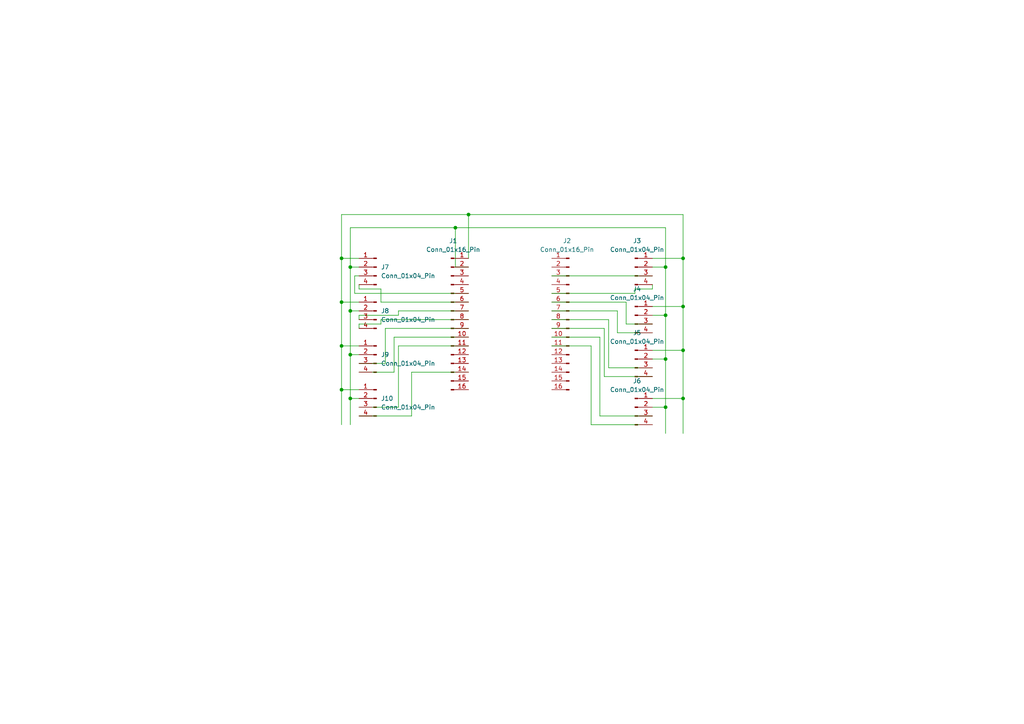
<source format=kicad_sch>
(kicad_sch (version 20250114) (generator "eeschema") (generator_version "9.0")
  (paper "A4")
  (lib_symbols
    (symbol "Conn_01x04_Pin_1" (pin_names (offset 1.016) (hide yes))
      (property "Reference" "J7" (at -1.27 0.0001 0))
      (property "Value" "Conn_01x04_Pin" (at -1.27 -2.5399 0))
      (symbol "Conn_01x04_Pin_1_1_1"
        (rectangle (start 0.8636 2.667) (end 0 2.413) (stroke (width 0.1524)) (fill (type outline)))
        (rectangle (start 0.8636 0.127) (end 0 -0.127) (stroke (width 0.1524)) (fill (type outline)))
        (rectangle (start 0.8636 -2.413) (end 0 -2.667) (stroke (width 0.1524)) (fill (type outline)))
        (rectangle (start 0.8636 -4.953) (end 0 -5.207) (stroke (width 0.1524)) (fill (type outline)))
        (polyline (pts (xy 1.27 2.54) (xy 0.8636 2.54)) (stroke (width 0.1524)))
        (polyline (pts (xy 1.27 0) (xy 0.8636 0)) (stroke (width 0.1524)))
        (polyline (pts (xy 1.27 -2.54) (xy 0.8636 -2.54)) (stroke (width 0.1524)))
        (polyline (pts (xy 1.27 -5.08) (xy 0.8636 -5.08)) (stroke (width 0.1524)))
        (pin passive line (at 5.08 2.54 180) (length 3.81) (name "Pin_1") (number "1"))
        (pin passive line (at 5.08 0 180) (length 3.81) (name "GND") (number "2"))
        (pin passive line (at 5.08 -2.54 180) (length 3.81) (name "Pin_3") (number "3"))
        (pin passive line (at 5.08 -5.08 180) (length 3.81) (name "Pin_4") (number "4"))
      )
    )
    (symbol "Conn_01x04_Pin_2" (pin_names (offset 1.016) (hide yes))
      (property "Reference" "J8" (at -1.27 0.0001 0))
      (property "Value" "Conn_01x04_Pin" (at -1.27 -2.5399 0))
      (symbol "Conn_01x04_Pin_2_1_1"
        (rectangle (start 0.8636 2.667) (end 0 2.413) (stroke (width 0.1524)) (fill (type outline)))
        (rectangle (start 0.8636 0.127) (end 0 -0.127) (stroke (width 0.1524)) (fill (type outline)))
        (rectangle (start 0.8636 -2.413) (end 0 -2.667) (stroke (width 0.1524)) (fill (type outline)))
        (rectangle (start 0.8636 -4.953) (end 0 -5.207) (stroke (width 0.1524)) (fill (type outline)))
        (polyline (pts (xy 1.27 2.54) (xy 0.8636 2.54)) (stroke (width 0.1524)))
        (polyline (pts (xy 1.27 0) (xy 0.8636 0)) (stroke (width 0.1524)))
        (polyline (pts (xy 1.27 -2.54) (xy 0.8636 -2.54)) (stroke (width 0.1524)))
        (polyline (pts (xy 1.27 -5.08) (xy 0.8636 -5.08)) (stroke (width 0.1524)))
        (pin passive line (at 5.08 2.54 180) (length 3.81) (name "Pin_1") (number "1"))
        (pin passive line (at 5.08 0 180) (length 3.81) (name "GND") (number "2"))
        (pin passive line (at 5.08 -2.54 180) (length 3.81) (name "Pin_3") (number "3"))
        (pin passive line (at 5.08 -5.08 180) (length 3.81) (name "Pin_4") (number "4"))
      )
    )
    (symbol "Conn_01x16_Pin_1" (pin_names (offset 1.016) (hide yes))
      (property "Reference" "J1" (at 0.635 22.86 0))
      (property "Value" "Conn_01x16_Pin" (at 0.635 20.32 0))
      (symbol "Conn_01x16_Pin_1_1_1"
        (rectangle (start 0.8636 17.907) (end 0 17.653) (stroke (width 0.1524)) (fill (type outline)))
        (rectangle (start 0.8636 15.367) (end 0 15.113) (stroke (width 0.1524)) (fill (type outline)))
        (rectangle (start 0.8636 12.827) (end 0 12.573) (stroke (width 0.1524)) (fill (type outline)))
        (rectangle (start 0.8636 10.287) (end 0 10.033) (stroke (width 0.1524)) (fill (type outline)))
        (rectangle (start 0.8636 7.747) (end 0 7.493) (stroke (width 0.1524)) (fill (type outline)))
        (rectangle (start 0.8636 5.207) (end 0 4.953) (stroke (width 0.1524)) (fill (type outline)))
        (rectangle (start 0.8636 2.667) (end 0 2.413) (stroke (width 0.1524)) (fill (type outline)))
        (rectangle (start 0.8636 0.127) (end 0 -0.127) (stroke (width 0.1524)) (fill (type outline)))
        (rectangle (start 0.8636 -2.413) (end 0 -2.667) (stroke (width 0.1524)) (fill (type outline)))
        (rectangle (start 0.8636 -4.953) (end 0 -5.207) (stroke (width 0.1524)) (fill (type outline)))
        (rectangle (start 0.8636 -7.493) (end 0 -7.747) (stroke (width 0.1524)) (fill (type outline)))
        (rectangle (start 0.8636 -10.033) (end 0 -10.287) (stroke (width 0.1524)) (fill (type outline)))
        (rectangle (start 0.8636 -12.573) (end 0 -12.827) (stroke (width 0.1524)) (fill (type outline)))
        (rectangle (start 0.8636 -15.113) (end 0 -15.367) (stroke (width 0.1524)) (fill (type outline)))
        (rectangle (start 0.8636 -17.653) (end 0 -17.907) (stroke (width 0.1524)) (fill (type outline)))
        (rectangle (start 0.8636 -20.193) (end 0 -20.447) (stroke (width 0.1524)) (fill (type outline)))
        (polyline (pts (xy 1.27 17.78) (xy 0.8636 17.78)) (stroke (width 0.1524)))
        (polyline (pts (xy 1.27 15.24) (xy 0.8636 15.24)) (stroke (width 0.1524)))
        (polyline (pts (xy 1.27 12.7) (xy 0.8636 12.7)) (stroke (width 0.1524)))
        (polyline (pts (xy 1.27 10.16) (xy 0.8636 10.16)) (stroke (width 0.1524)))
        (polyline (pts (xy 1.27 7.62) (xy 0.8636 7.62)) (stroke (width 0.1524)))
        (polyline (pts (xy 1.27 5.08) (xy 0.8636 5.08)) (stroke (width 0.1524)))
        (polyline (pts (xy 1.27 2.54) (xy 0.8636 2.54)) (stroke (width 0.1524)))
        (polyline (pts (xy 1.27 0) (xy 0.8636 0)) (stroke (width 0.1524)))
        (polyline (pts (xy 1.27 -2.54) (xy 0.8636 -2.54)) (stroke (width 0.1524)))
        (polyline (pts (xy 1.27 -5.08) (xy 0.8636 -5.08)) (stroke (width 0.1524)))
        (polyline (pts (xy 1.27 -7.62) (xy 0.8636 -7.62)) (stroke (width 0.1524)))
        (polyline (pts (xy 1.27 -10.16) (xy 0.8636 -10.16)) (stroke (width 0.1524)))
        (polyline (pts (xy 1.27 -12.7) (xy 0.8636 -12.7)) (stroke (width 0.1524)))
        (polyline (pts (xy 1.27 -15.24) (xy 0.8636 -15.24)) (stroke (width 0.1524)))
        (polyline (pts (xy 1.27 -17.78) (xy 0.8636 -17.78)) (stroke (width 0.1524)))
        (polyline (pts (xy 1.27 -20.32) (xy 0.8636 -20.32)) (stroke (width 0.1524)))
        (pin passive line (at 5.08 17.78 180) (length 3.81) (name "Pin_1") (number "1"))
        (pin passive line (at 5.08 15.24 180) (length 3.81) (name "GND") (number "2"))
        (pin passive line (at 5.08 12.7 180) (length 3.81) (name "Pin_3") (number "3"))
        (pin passive line (at 5.08 10.16 180) (length 3.81) (name "Pin_4") (number "4"))
        (pin passive line (at 5.08 7.62 180) (length 3.81) (name "Pin_5") (number "5"))
        (pin passive line (at 5.08 5.08 180) (length 3.81) (name "Pin_6") (number "6"))
        (pin passive line (at 5.08 2.54 180) (length 3.81) (name "Pin_7") (number "7"))
        (pin passive line (at 5.08 0 180) (length 3.81) (name "Pin_8") (number "8"))
        (pin passive line (at 5.08 -2.54 180) (length 3.81) (name "Pin_9") (number "9"))
        (pin passive line (at 5.08 -5.08 180) (length 3.81) (name "Pin_10") (number "10"))
        (pin passive line (at 5.08 -7.62 180) (length 3.81) (name "Pin_11") (number "11"))
        (pin passive line (at 5.08 -10.16 180) (length 3.81) (name "Pin_12") (number "12"))
        (pin passive line (at 5.08 -12.7 180) (length 3.81) (name "Pin_13") (number "13"))
        (pin passive line (at 5.08 -15.24 180) (length 3.81) (name "Pin_14") (number "14"))
        (pin passive line (at 5.08 -17.78 180) (length 3.81) (name "Pin_15") (number "15"))
        (pin passive line (at 5.08 -20.32 180) (length 3.81) (name "Pin_16") (number "16"))
      )
    )
    (symbol "Connector:Conn_01x04_Pin" (pin_names (offset 1.016) (hide yes))
      (property "Reference" "J" (at 0 5.08 0))
      (property "Value" "Conn_01x04_Pin" (at 0 -7.62 0))
      (symbol "Conn_01x04_Pin_1_1"
        (rectangle (start 0.8636 2.667) (end 0 2.413) (stroke (width 0.1524)) (fill (type outline)))
        (rectangle (start 0.8636 0.127) (end 0 -0.127) (stroke (width 0.1524)) (fill (type outline)))
        (rectangle (start 0.8636 -2.413) (end 0 -2.667) (stroke (width 0.1524)) (fill (type outline)))
        (rectangle (start 0.8636 -4.953) (end 0 -5.207) (stroke (width 0.1524)) (fill (type outline)))
        (polyline (pts (xy 1.27 2.54) (xy 0.8636 2.54)) (stroke (width 0.1524)))
        (polyline (pts (xy 1.27 0) (xy 0.8636 0)) (stroke (width 0.1524)))
        (polyline (pts (xy 1.27 -2.54) (xy 0.8636 -2.54)) (stroke (width 0.1524)))
        (polyline (pts (xy 1.27 -5.08) (xy 0.8636 -5.08)) (stroke (width 0.1524)))
        (pin passive line (at 5.08 2.54 180) (length 3.81) (name "Pin_1") (number "1"))
        (pin passive line (at 5.08 0 180) (length 3.81) (name "Pin_2") (number "2"))
        (pin passive line (at 5.08 -2.54 180) (length 3.81) (name "Pin_3") (number "3"))
        (pin passive line (at 5.08 -5.08 180) (length 3.81) (name "Pin_4") (number "4"))
      )
    )
    (symbol "Connector:Conn_01x16_Pin" (pin_names (offset 1.016) (hide yes))
      (property "Reference" "J" (at 0 20.32 0))
      (property "Value" "Conn_01x16_Pin" (at 0 -22.86 0))
      (symbol "Conn_01x16_Pin_1_1"
        (rectangle (start 0.8636 17.907) (end 0 17.653) (stroke (width 0.1524)) (fill (type outline)))
        (rectangle (start 0.8636 15.367) (end 0 15.113) (stroke (width 0.1524)) (fill (type outline)))
        (rectangle (start 0.8636 12.827) (end 0 12.573) (stroke (width 0.1524)) (fill (type outline)))
        (rectangle (start 0.8636 10.287) (end 0 10.033) (stroke (width 0.1524)) (fill (type outline)))
        (rectangle (start 0.8636 7.747) (end 0 7.493) (stroke (width 0.1524)) (fill (type outline)))
        (rectangle (start 0.8636 5.207) (end 0 4.953) (stroke (width 0.1524)) (fill (type outline)))
        (rectangle (start 0.8636 2.667) (end 0 2.413) (stroke (width 0.1524)) (fill (type outline)))
        (rectangle (start 0.8636 0.127) (end 0 -0.127) (stroke (width 0.1524)) (fill (type outline)))
        (rectangle (start 0.8636 -2.413) (end 0 -2.667) (stroke (width 0.1524)) (fill (type outline)))
        (rectangle (start 0.8636 -4.953) (end 0 -5.207) (stroke (width 0.1524)) (fill (type outline)))
        (rectangle (start 0.8636 -7.493) (end 0 -7.747) (stroke (width 0.1524)) (fill (type outline)))
        (rectangle (start 0.8636 -10.033) (end 0 -10.287) (stroke (width 0.1524)) (fill (type outline)))
        (rectangle (start 0.8636 -12.573) (end 0 -12.827) (stroke (width 0.1524)) (fill (type outline)))
        (rectangle (start 0.8636 -15.113) (end 0 -15.367) (stroke (width 0.1524)) (fill (type outline)))
        (rectangle (start 0.8636 -17.653) (end 0 -17.907) (stroke (width 0.1524)) (fill (type outline)))
        (rectangle (start 0.8636 -20.193) (end 0 -20.447) (stroke (width 0.1524)) (fill (type outline)))
        (polyline (pts (xy 1.27 17.78) (xy 0.8636 17.78)) (stroke (width 0.1524)))
        (polyline (pts (xy 1.27 15.24) (xy 0.8636 15.24)) (stroke (width 0.1524)))
        (polyline (pts (xy 1.27 12.7) (xy 0.8636 12.7)) (stroke (width 0.1524)))
        (polyline (pts (xy 1.27 10.16) (xy 0.8636 10.16)) (stroke (width 0.1524)))
        (polyline (pts (xy 1.27 7.62) (xy 0.8636 7.62)) (stroke (width 0.1524)))
        (polyline (pts (xy 1.27 5.08) (xy 0.8636 5.08)) (stroke (width 0.1524)))
        (polyline (pts (xy 1.27 2.54) (xy 0.8636 2.54)) (stroke (width 0.1524)))
        (polyline (pts (xy 1.27 0) (xy 0.8636 0)) (stroke (width 0.1524)))
        (polyline (pts (xy 1.27 -2.54) (xy 0.8636 -2.54)) (stroke (width 0.1524)))
        (polyline (pts (xy 1.27 -5.08) (xy 0.8636 -5.08)) (stroke (width 0.1524)))
        (polyline (pts (xy 1.27 -7.62) (xy 0.8636 -7.62)) (stroke (width 0.1524)))
        (polyline (pts (xy 1.27 -10.16) (xy 0.8636 -10.16)) (stroke (width 0.1524)))
        (polyline (pts (xy 1.27 -12.7) (xy 0.8636 -12.7)) (stroke (width 0.1524)))
        (polyline (pts (xy 1.27 -15.24) (xy 0.8636 -15.24)) (stroke (width 0.1524)))
        (polyline (pts (xy 1.27 -17.78) (xy 0.8636 -17.78)) (stroke (width 0.1524)))
        (polyline (pts (xy 1.27 -20.32) (xy 0.8636 -20.32)) (stroke (width 0.1524)))
        (pin passive line (at 5.08 17.78 180) (length 3.81) (name "Pin_1") (number "1"))
        (pin passive line (at 5.08 15.24 180) (length 3.81) (name "Pin_2") (number "2"))
        (pin passive line (at 5.08 12.7 180) (length 3.81) (name "Pin_3") (number "3"))
        (pin passive line (at 5.08 10.16 180) (length 3.81) (name "Pin_4") (number "4"))
        (pin passive line (at 5.08 7.62 180) (length 3.81) (name "Pin_5") (number "5"))
        (pin passive line (at 5.08 5.08 180) (length 3.81) (name "Pin_6") (number "6"))
        (pin passive line (at 5.08 2.54 180) (length 3.81) (name "Pin_7") (number "7"))
        (pin passive line (at 5.08 0 180) (length 3.81) (name "Pin_8") (number "8"))
        (pin passive line (at 5.08 -2.54 180) (length 3.81) (name "Pin_9") (number "9"))
        (pin passive line (at 5.08 -5.08 180) (length 3.81) (name "Pin_10") (number "10"))
        (pin passive line (at 5.08 -7.62 180) (length 3.81) (name "Pin_11") (number "11"))
        (pin passive line (at 5.08 -10.16 180) (length 3.81) (name "Pin_12") (number "12"))
        (pin passive line (at 5.08 -12.7 180) (length 3.81) (name "Pin_13") (number "13"))
        (pin passive line (at 5.08 -15.24 180) (length 3.81) (name "Pin_14") (number "14"))
        (pin passive line (at 5.08 -17.78 180) (length 3.81) (name "Pin_15") (number "15"))
        (pin passive line (at 5.08 -20.32 180) (length 3.81) (name "Pin_16") (number "16"))
      )
    )
  )
  (junction (at 101.6 102.87))
  (junction (at 193.04 118.11))
  (junction (at 193.04 77.47))
  (junction (at 99.06 100.33))
  (junction (at 198.12 115.57))
  (junction (at 198.12 88.9))
  (junction (at 193.04 104.14))
  (junction (at 198.12 101.6))
  (junction (at 101.6 115.57))
  (junction (at 193.04 91.44))
  (junction (at 101.6 90.17))
  (junction (at 132.08 66.04))
  (junction (at 99.06 113.03))
  (junction (at 198.12 74.93))
  (junction (at 135.89 62.23))
  (junction (at 101.6 77.47))
  (junction (at 99.06 87.63))
  (junction (at 99.06 74.93))
  (wire (pts (xy 193.04 104.14) (xy 193.04 118.11)))
  (wire (pts (xy 101.6 66.04) (xy 132.08 66.04)))
  (wire (pts (xy 193.04 66.04) (xy 193.04 77.47)))
  (wire (pts (xy 189.23 83.82) (xy 189.23 82.55)))
  (wire (pts (xy 115.57 100.33) (xy 115.57 118.11)))
  (wire (pts (xy 160.02 87.63) (xy 181.61 87.63)))
  (wire (pts (xy 115.57 100.33) (xy 135.89 100.33)))
  (wire (pts (xy 193.04 118.11) (xy 193.04 125.73)))
  (wire (pts (xy 171.45 100.33) (xy 171.45 123.19)))
  (wire (pts (xy 160.02 97.79) (xy 173.99 97.79)))
  (wire (pts (xy 111.76 95.25) (xy 135.89 95.25)))
  (wire (pts (xy 101.6 102.87) (xy 101.6 115.57)))
  (wire (pts (xy 160.02 90.17) (xy 179.07 90.17)))
  (wire (pts (xy 104.14 91.44) (xy 104.14 92.71)))
  (wire (pts (xy 181.61 87.63) (xy 181.61 93.98)))
  (wire (pts (xy 160.02 95.25) (xy 175.26 95.25)))
  (wire (pts (xy 184.15 83.82) (xy 189.23 83.82)))
  (wire (pts (xy 198.12 101.6) (xy 198.12 115.57)))
  (wire (pts (xy 99.06 113.03) (xy 99.06 123.19)))
  (wire (pts (xy 101.6 102.87) (xy 104.14 102.87)))
  (wire (pts (xy 173.99 97.79) (xy 173.99 120.65)))
  (wire (pts (xy 198.12 88.9) (xy 198.12 101.6)))
  (wire (pts (xy 179.07 96.52) (xy 189.23 96.52)))
  (wire (pts (xy 99.06 100.33) (xy 104.14 100.33)))
  (wire (pts (xy 193.04 91.44) (xy 193.04 104.14)))
  (wire (pts (xy 115.57 91.44) (xy 104.14 91.44)))
  (wire (pts (xy 102.87 85.09) (xy 102.87 80.01)))
  (wire (pts (xy 110.49 83.82) (xy 104.14 83.82)))
  (wire (pts (xy 198.12 62.23) (xy 198.12 74.93)))
  (wire (pts (xy 160.02 92.71) (xy 176.53 92.71)))
  (wire (pts (xy 160.02 100.33) (xy 171.45 100.33)))
  (wire (pts (xy 114.3 97.79) (xy 135.89 97.79)))
  (wire (pts (xy 119.38 120.65) (xy 104.14 120.65)))
  (wire (pts (xy 132.08 77.47) (xy 132.08 66.04)))
  (wire (pts (xy 104.14 93.98) (xy 104.14 95.25)))
  (wire (pts (xy 160.02 85.09) (xy 184.15 85.09)))
  (wire (pts (xy 110.49 92.71) (xy 110.49 93.98)))
  (wire (pts (xy 102.87 85.09) (xy 135.89 85.09)))
  (wire (pts (xy 181.61 93.98) (xy 189.23 93.98)))
  (wire (pts (xy 171.45 123.19) (xy 189.23 123.19)))
  (wire (pts (xy 189.23 74.93) (xy 198.12 74.93)))
  (wire (pts (xy 114.3 107.95) (xy 104.14 107.95)))
  (wire (pts (xy 115.57 90.17) (xy 135.89 90.17)))
  (wire (pts (xy 175.26 109.22) (xy 189.23 109.22)))
  (wire (pts (xy 189.23 77.47) (xy 193.04 77.47)))
  (wire (pts (xy 99.06 113.03) (xy 104.14 113.03)))
  (wire (pts (xy 176.53 106.68) (xy 189.23 106.68)))
  (wire (pts (xy 198.12 74.93) (xy 198.12 88.9)))
  (wire (pts (xy 101.6 115.57) (xy 101.6 123.19)))
  (wire (pts (xy 101.6 90.17) (xy 104.14 90.17)))
  (wire (pts (xy 179.07 90.17) (xy 179.07 96.52)))
  (wire (pts (xy 110.49 93.98) (xy 104.14 93.98)))
  (wire (pts (xy 132.08 66.04) (xy 193.04 66.04)))
  (wire (pts (xy 176.53 92.71) (xy 176.53 106.68)))
  (wire (pts (xy 160.02 80.01) (xy 189.23 80.01)))
  (wire (pts (xy 99.06 87.63) (xy 99.06 100.33)))
  (wire (pts (xy 189.23 115.57) (xy 198.12 115.57)))
  (wire (pts (xy 189.23 101.6) (xy 198.12 101.6)))
  (wire (pts (xy 115.57 118.11) (xy 104.14 118.11)))
  (wire (pts (xy 135.89 62.23) (xy 198.12 62.23)))
  (wire (pts (xy 99.06 74.93) (xy 104.14 74.93)))
  (wire (pts (xy 101.6 77.47) (xy 101.6 90.17)))
  (wire (pts (xy 189.23 91.44) (xy 193.04 91.44)))
  (wire (pts (xy 173.99 120.65) (xy 189.23 120.65)))
  (wire (pts (xy 110.49 87.63) (xy 110.49 83.82)))
  (wire (pts (xy 110.49 87.63) (xy 135.89 87.63)))
  (wire (pts (xy 99.06 100.33) (xy 99.06 113.03)))
  (wire (pts (xy 119.38 107.95) (xy 135.89 107.95)))
  (wire (pts (xy 135.89 77.47) (xy 132.08 77.47)))
  (wire (pts (xy 111.76 105.41) (xy 104.14 105.41)))
  (wire (pts (xy 198.12 115.57) (xy 198.12 125.73)))
  (wire (pts (xy 189.23 104.14) (xy 193.04 104.14)))
  (wire (pts (xy 99.06 62.23) (xy 99.06 74.93)))
  (wire (pts (xy 135.89 74.93) (xy 135.89 62.23)))
  (wire (pts (xy 102.87 80.01) (xy 104.14 80.01)))
  (wire (pts (xy 114.3 97.79) (xy 114.3 107.95)))
  (wire (pts (xy 193.04 77.47) (xy 193.04 91.44)))
  (wire (pts (xy 119.38 107.95) (xy 119.38 120.65)))
  (wire (pts (xy 115.57 90.17) (xy 115.57 91.44)))
  (wire (pts (xy 104.14 83.82) (xy 104.14 82.55)))
  (wire (pts (xy 111.76 95.25) (xy 111.76 105.41)))
  (wire (pts (xy 99.06 74.93) (xy 99.06 87.63)))
  (wire (pts (xy 101.6 90.17) (xy 101.6 102.87)))
  (wire (pts (xy 189.23 118.11) (xy 193.04 118.11)))
  (wire (pts (xy 175.26 95.25) (xy 175.26 109.22)))
  (wire (pts (xy 101.6 115.57) (xy 104.14 115.57)))
  (wire (pts (xy 184.15 85.09) (xy 184.15 83.82)))
  (wire (pts (xy 110.49 92.71) (xy 135.89 92.71)))
  (wire (pts (xy 99.06 62.23) (xy 135.89 62.23)))
  (wire (pts (xy 101.6 77.47) (xy 104.14 77.47)))
  (wire (pts (xy 189.23 88.9) (xy 198.12 88.9)))
  (wire (pts (xy 101.6 66.04) (xy 101.6 77.47)))
  (wire (pts (xy 99.06 87.63) (xy 104.14 87.63)))
  (symbol (lib_id "Connector:Conn_01x04_Pin") (at 109.22 115.57 0) (mirror y) (unit 1)
    (property "Reference" "J10" (at 110.49 115.5699 0) (effects (justify right)))
    (property "Value" "Conn_01x04_Pin" (at 110.49 118.1099 0) (effects (justify right)))
    (property "Footprint" "Connector_PinHeader_2.54mm:PinHeader_1x04_P2.54mm_Vertical" (effects (hide yes)))
    (property "Description" "Generic connector, single row, 01x04, script generated" (effects (hide yes)))
  )
  (symbol (lib_name "Conn_01x04_Pin_1") (lib_id "Connector:Conn_01x04_Pin") (at 109.22 77.47 0) (mirror y) (unit 1)
    (property "Reference" "J7" (at 110.49 77.4699 0) (effects (justify right)))
    (property "Value" "Conn_01x04_Pin" (at 110.49 80.0099 0) (effects (justify right)))
    (property "Footprint" "Connector_JST:JST_SH_BM04B-SRSS-TB_1x04-1MP_P1.00mm_Vertical" (effects (hide yes)))
    (property "Description" "Generic connector, single row, 01x04, script generated" (effects (hide yes)))
  )
  (symbol (lib_name "Conn_01x16_Pin_1") (lib_id "Connector:Conn_01x16_Pin") (at 130.81 92.71 0) (unit 1)
    (property "Reference" "J1" (at 131.445 69.85 0))
    (property "Value" "Conn_01x16_Pin" (at 131.445 72.39 0))
    (property "Footprint" "Connector_PinHeader_2.54mm:PinHeader_1x15_P2.54mm_Vertical" (effects (hide yes)))
    (property "Description" "Generic connector, single row, 01x16, script generated" (effects (hide yes)))
  )
  (symbol (lib_id "Connector:Conn_01x04_Pin") (at 109.22 102.87 0) (mirror y) (unit 1)
    (property "Reference" "J9" (at 110.49 102.8699 0) (effects (justify right)))
    (property "Value" "Conn_01x04_Pin" (at 110.49 105.4099 0) (effects (justify right)))
    (property "Footprint" "Connector_JST:JST_SH_BM04B-SRSS-TB_1x04-1MP_P1.00mm_Vertical" (effects (hide yes)))
    (property "Description" "Generic connector, single row, 01x04, script generated" (effects (hide yes)))
  )
  (symbol (lib_id "Connector:Conn_01x04_Pin") (at 184.15 91.44 0) (unit 1)
    (property "Reference" "J4" (at 184.785 83.82 0))
    (property "Value" "Conn_01x04_Pin" (at 184.785 86.36 0))
    (property "Footprint" "Connector_JST:JST_SH_BM04B-SRSS-TB_1x04-1MP_P1.00mm_Vertical" (effects (hide yes)))
    (property "Description" "Generic connector, single row, 01x04, script generated" (effects (hide yes)))
  )
  (symbol (lib_id "Connector:Conn_01x04_Pin") (at 184.15 77.47 0) (unit 1)
    (property "Reference" "J3" (at 184.785 69.85 0))
    (property "Value" "Conn_01x04_Pin" (at 184.785 72.39 0))
    (property "Footprint" "Connector_JST:JST_SH_BM04B-SRSS-TB_1x04-1MP_P1.00mm_Vertical" (effects (hide yes)))
    (property "Description" "Generic connector, single row, 01x04, script generated" (effects (hide yes)))
  )
  (symbol (lib_id "Connector:Conn_01x04_Pin") (at 184.15 118.11 0) (unit 1)
    (property "Reference" "J6" (at 184.785 110.49 0))
    (property "Value" "Conn_01x04_Pin" (at 184.785 113.03 0))
    (property "Footprint" "Connector_JST:JST_SH_BM04B-SRSS-TB_1x04-1MP_P1.00mm_Vertical" (effects (hide yes)))
    (property "Description" "Generic connector, single row, 01x04, script generated" (effects (hide yes)))
  )
  (symbol (lib_id "Connector:Conn_01x04_Pin") (at 184.15 104.14 0) (unit 1)
    (property "Reference" "J5" (at 184.785 96.52 0))
    (property "Value" "Conn_01x04_Pin" (at 184.785 99.06 0))
    (property "Footprint" "Connector_JST:JST_SH_BM04B-SRSS-TB_1x04-1MP_P1.00mm_Vertical" (effects (hide yes)))
    (property "Description" "Generic connector, single row, 01x04, script generated" (effects (hide yes)))
  )
  (symbol (lib_name "Conn_01x04_Pin_2") (lib_id "Connector:Conn_01x04_Pin") (at 109.22 90.17 0) (mirror y) (unit 1)
    (property "Reference" "J8" (at 110.49 90.1699 0) (effects (justify right)))
    (property "Value" "Conn_01x04_Pin" (at 110.49 92.7099 0) (effects (justify right)))
    (property "Footprint" "Connector_JST:JST_SH_BM04B-SRSS-TB_1x04-1MP_P1.00mm_Vertical" (effects (hide yes)))
    (property "Description" "Generic connector, single row, 01x04, script generated" (effects (hide yes)))
  )
  (symbol (lib_id "Connector:Conn_01x16_Pin") (at 165.1 92.71 0) (mirror y) (unit 1)
    (property "Reference" "J2" (at 164.465 69.85 0))
    (property "Value" "Conn_01x16_Pin" (at 164.465 72.39 0))
    (property "Footprint" "Connector_PinHeader_2.54mm:PinHeader_1x15_P2.54mm_Vertical" (effects (hide yes)))
    (property "Description" "Generic connector, single row, 01x16, script generated" (effects (hide yes)))
  )
)
</source>
